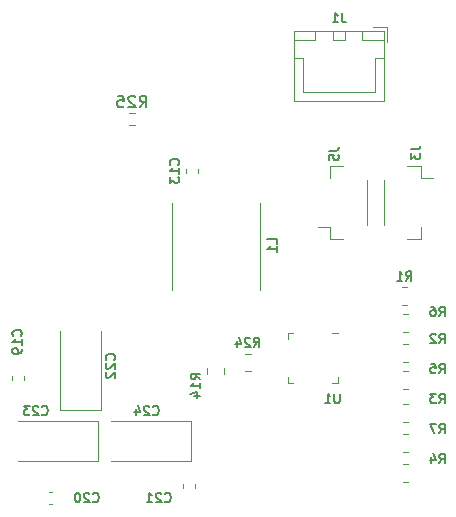
<source format=gbr>
%TF.GenerationSoftware,KiCad,Pcbnew,(6.0.1)*%
%TF.CreationDate,2022-03-12T23:59:43-07:00*%
%TF.ProjectId,PowerBackup,506f7765-7242-4616-936b-75702e6b6963,rev?*%
%TF.SameCoordinates,Original*%
%TF.FileFunction,Legend,Bot*%
%TF.FilePolarity,Positive*%
%FSLAX46Y46*%
G04 Gerber Fmt 4.6, Leading zero omitted, Abs format (unit mm)*
G04 Created by KiCad (PCBNEW (6.0.1)) date 2022-03-12 23:59:43*
%MOMM*%
%LPD*%
G01*
G04 APERTURE LIST*
%ADD10C,0.150000*%
%ADD11C,0.120000*%
G04 APERTURE END LIST*
D10*
%TO.C,R25*%
X121842857Y-84022380D02*
X122176190Y-83546190D01*
X122414285Y-84022380D02*
X122414285Y-83022380D01*
X122033333Y-83022380D01*
X121938095Y-83070000D01*
X121890476Y-83117619D01*
X121842857Y-83212857D01*
X121842857Y-83355714D01*
X121890476Y-83450952D01*
X121938095Y-83498571D01*
X122033333Y-83546190D01*
X122414285Y-83546190D01*
X121461904Y-83117619D02*
X121414285Y-83070000D01*
X121319047Y-83022380D01*
X121080952Y-83022380D01*
X120985714Y-83070000D01*
X120938095Y-83117619D01*
X120890476Y-83212857D01*
X120890476Y-83308095D01*
X120938095Y-83450952D01*
X121509523Y-84022380D01*
X120890476Y-84022380D01*
X119985714Y-83022380D02*
X120461904Y-83022380D01*
X120509523Y-83498571D01*
X120461904Y-83450952D01*
X120366666Y-83403333D01*
X120128571Y-83403333D01*
X120033333Y-83450952D01*
X119985714Y-83498571D01*
X119938095Y-83593809D01*
X119938095Y-83831904D01*
X119985714Y-83927142D01*
X120033333Y-83974761D01*
X120128571Y-84022380D01*
X120366666Y-84022380D01*
X120461904Y-83974761D01*
X120509523Y-83927142D01*
%TO.C,C22*%
X119675714Y-105403714D02*
X119713809Y-105365619D01*
X119751904Y-105251333D01*
X119751904Y-105175142D01*
X119713809Y-105060857D01*
X119637619Y-104984666D01*
X119561428Y-104946571D01*
X119409047Y-104908476D01*
X119294761Y-104908476D01*
X119142380Y-104946571D01*
X119066190Y-104984666D01*
X118990000Y-105060857D01*
X118951904Y-105175142D01*
X118951904Y-105251333D01*
X118990000Y-105365619D01*
X119028095Y-105403714D01*
X119028095Y-105708476D02*
X118990000Y-105746571D01*
X118951904Y-105822761D01*
X118951904Y-106013238D01*
X118990000Y-106089428D01*
X119028095Y-106127523D01*
X119104285Y-106165619D01*
X119180476Y-106165619D01*
X119294761Y-106127523D01*
X119751904Y-105670380D01*
X119751904Y-106165619D01*
X119028095Y-106470380D02*
X118990000Y-106508476D01*
X118951904Y-106584666D01*
X118951904Y-106775142D01*
X118990000Y-106851333D01*
X119028095Y-106889428D01*
X119104285Y-106927523D01*
X119180476Y-106927523D01*
X119294761Y-106889428D01*
X119751904Y-106432285D01*
X119751904Y-106927523D01*
%TO.C,J1*%
X138970666Y-76021904D02*
X138970666Y-76593333D01*
X139008761Y-76707619D01*
X139084952Y-76783809D01*
X139199238Y-76821904D01*
X139275428Y-76821904D01*
X138170666Y-76821904D02*
X138627809Y-76821904D01*
X138399238Y-76821904D02*
X138399238Y-76021904D01*
X138475428Y-76136190D01*
X138551619Y-76212380D01*
X138627809Y-76250476D01*
%TO.C,C20*%
X117862285Y-117379714D02*
X117900380Y-117417809D01*
X118014666Y-117455904D01*
X118090857Y-117455904D01*
X118205142Y-117417809D01*
X118281333Y-117341619D01*
X118319428Y-117265428D01*
X118357523Y-117113047D01*
X118357523Y-116998761D01*
X118319428Y-116846380D01*
X118281333Y-116770190D01*
X118205142Y-116694000D01*
X118090857Y-116655904D01*
X118014666Y-116655904D01*
X117900380Y-116694000D01*
X117862285Y-116732095D01*
X117557523Y-116732095D02*
X117519428Y-116694000D01*
X117443238Y-116655904D01*
X117252761Y-116655904D01*
X117176571Y-116694000D01*
X117138476Y-116732095D01*
X117100380Y-116808285D01*
X117100380Y-116884476D01*
X117138476Y-116998761D01*
X117595619Y-117455904D01*
X117100380Y-117455904D01*
X116605142Y-116655904D02*
X116528952Y-116655904D01*
X116452761Y-116694000D01*
X116414666Y-116732095D01*
X116376571Y-116808285D01*
X116338476Y-116960666D01*
X116338476Y-117151142D01*
X116376571Y-117303523D01*
X116414666Y-117379714D01*
X116452761Y-117417809D01*
X116528952Y-117455904D01*
X116605142Y-117455904D01*
X116681333Y-117417809D01*
X116719428Y-117379714D01*
X116757523Y-117303523D01*
X116795619Y-117151142D01*
X116795619Y-116960666D01*
X116757523Y-116808285D01*
X116719428Y-116732095D01*
X116681333Y-116694000D01*
X116605142Y-116655904D01*
%TO.C,R1*%
X144383333Y-98711904D02*
X144650000Y-98330952D01*
X144840476Y-98711904D02*
X144840476Y-97911904D01*
X144535714Y-97911904D01*
X144459523Y-97950000D01*
X144421428Y-97988095D01*
X144383333Y-98064285D01*
X144383333Y-98178571D01*
X144421428Y-98254761D01*
X144459523Y-98292857D01*
X144535714Y-98330952D01*
X144840476Y-98330952D01*
X143621428Y-98711904D02*
X144078571Y-98711904D01*
X143850000Y-98711904D02*
X143850000Y-97911904D01*
X143926190Y-98026190D01*
X144002380Y-98102380D01*
X144078571Y-98140476D01*
%TO.C,R7*%
X147199333Y-111613904D02*
X147466000Y-111232952D01*
X147656476Y-111613904D02*
X147656476Y-110813904D01*
X147351714Y-110813904D01*
X147275523Y-110852000D01*
X147237428Y-110890095D01*
X147199333Y-110966285D01*
X147199333Y-111080571D01*
X147237428Y-111156761D01*
X147275523Y-111194857D01*
X147351714Y-111232952D01*
X147656476Y-111232952D01*
X146932666Y-110813904D02*
X146399333Y-110813904D01*
X146742190Y-111613904D01*
%TO.C,C23*%
X113544285Y-110013714D02*
X113582380Y-110051809D01*
X113696666Y-110089904D01*
X113772857Y-110089904D01*
X113887142Y-110051809D01*
X113963333Y-109975619D01*
X114001428Y-109899428D01*
X114039523Y-109747047D01*
X114039523Y-109632761D01*
X114001428Y-109480380D01*
X113963333Y-109404190D01*
X113887142Y-109328000D01*
X113772857Y-109289904D01*
X113696666Y-109289904D01*
X113582380Y-109328000D01*
X113544285Y-109366095D01*
X113239523Y-109366095D02*
X113201428Y-109328000D01*
X113125238Y-109289904D01*
X112934761Y-109289904D01*
X112858571Y-109328000D01*
X112820476Y-109366095D01*
X112782380Y-109442285D01*
X112782380Y-109518476D01*
X112820476Y-109632761D01*
X113277619Y-110089904D01*
X112782380Y-110089904D01*
X112515714Y-109289904D02*
X112020476Y-109289904D01*
X112287142Y-109594666D01*
X112172857Y-109594666D01*
X112096666Y-109632761D01*
X112058571Y-109670857D01*
X112020476Y-109747047D01*
X112020476Y-109937523D01*
X112058571Y-110013714D01*
X112096666Y-110051809D01*
X112172857Y-110089904D01*
X112401428Y-110089904D01*
X112477619Y-110051809D01*
X112515714Y-110013714D01*
%TO.C,C21*%
X123958285Y-117379714D02*
X123996380Y-117417809D01*
X124110666Y-117455904D01*
X124186857Y-117455904D01*
X124301142Y-117417809D01*
X124377333Y-117341619D01*
X124415428Y-117265428D01*
X124453523Y-117113047D01*
X124453523Y-116998761D01*
X124415428Y-116846380D01*
X124377333Y-116770190D01*
X124301142Y-116694000D01*
X124186857Y-116655904D01*
X124110666Y-116655904D01*
X123996380Y-116694000D01*
X123958285Y-116732095D01*
X123653523Y-116732095D02*
X123615428Y-116694000D01*
X123539238Y-116655904D01*
X123348761Y-116655904D01*
X123272571Y-116694000D01*
X123234476Y-116732095D01*
X123196380Y-116808285D01*
X123196380Y-116884476D01*
X123234476Y-116998761D01*
X123691619Y-117455904D01*
X123196380Y-117455904D01*
X122434476Y-117455904D02*
X122891619Y-117455904D01*
X122663047Y-117455904D02*
X122663047Y-116655904D01*
X122739238Y-116770190D01*
X122815428Y-116846380D01*
X122891619Y-116884476D01*
%TO.C,C24*%
X122942285Y-110003714D02*
X122980380Y-110041809D01*
X123094666Y-110079904D01*
X123170857Y-110079904D01*
X123285142Y-110041809D01*
X123361333Y-109965619D01*
X123399428Y-109889428D01*
X123437523Y-109737047D01*
X123437523Y-109622761D01*
X123399428Y-109470380D01*
X123361333Y-109394190D01*
X123285142Y-109318000D01*
X123170857Y-109279904D01*
X123094666Y-109279904D01*
X122980380Y-109318000D01*
X122942285Y-109356095D01*
X122637523Y-109356095D02*
X122599428Y-109318000D01*
X122523238Y-109279904D01*
X122332761Y-109279904D01*
X122256571Y-109318000D01*
X122218476Y-109356095D01*
X122180380Y-109432285D01*
X122180380Y-109508476D01*
X122218476Y-109622761D01*
X122675619Y-110079904D01*
X122180380Y-110079904D01*
X121494666Y-109546571D02*
X121494666Y-110079904D01*
X121685142Y-109241809D02*
X121875619Y-109813238D01*
X121380380Y-109813238D01*
%TO.C,R4*%
X147199333Y-114153904D02*
X147466000Y-113772952D01*
X147656476Y-114153904D02*
X147656476Y-113353904D01*
X147351714Y-113353904D01*
X147275523Y-113392000D01*
X147237428Y-113430095D01*
X147199333Y-113506285D01*
X147199333Y-113620571D01*
X147237428Y-113696761D01*
X147275523Y-113734857D01*
X147351714Y-113772952D01*
X147656476Y-113772952D01*
X146513619Y-113620571D02*
X146513619Y-114153904D01*
X146704095Y-113315809D02*
X146894571Y-113887238D01*
X146399333Y-113887238D01*
%TO.C,C19*%
X111791714Y-103371714D02*
X111829809Y-103333619D01*
X111867904Y-103219333D01*
X111867904Y-103143142D01*
X111829809Y-103028857D01*
X111753619Y-102952666D01*
X111677428Y-102914571D01*
X111525047Y-102876476D01*
X111410761Y-102876476D01*
X111258380Y-102914571D01*
X111182190Y-102952666D01*
X111106000Y-103028857D01*
X111067904Y-103143142D01*
X111067904Y-103219333D01*
X111106000Y-103333619D01*
X111144095Y-103371714D01*
X111867904Y-104133619D02*
X111867904Y-103676476D01*
X111867904Y-103905047D02*
X111067904Y-103905047D01*
X111182190Y-103828857D01*
X111258380Y-103752666D01*
X111296476Y-103676476D01*
X111867904Y-104514571D02*
X111867904Y-104666952D01*
X111829809Y-104743142D01*
X111791714Y-104781238D01*
X111677428Y-104857428D01*
X111525047Y-104895523D01*
X111220285Y-104895523D01*
X111144095Y-104857428D01*
X111106000Y-104819333D01*
X111067904Y-104743142D01*
X111067904Y-104590761D01*
X111106000Y-104514571D01*
X111144095Y-104476476D01*
X111220285Y-104438380D01*
X111410761Y-104438380D01*
X111486952Y-104476476D01*
X111525047Y-104514571D01*
X111563142Y-104590761D01*
X111563142Y-104743142D01*
X111525047Y-104819333D01*
X111486952Y-104857428D01*
X111410761Y-104895523D01*
%TO.C,C13*%
X125093714Y-88893714D02*
X125131809Y-88855619D01*
X125169904Y-88741333D01*
X125169904Y-88665142D01*
X125131809Y-88550857D01*
X125055619Y-88474666D01*
X124979428Y-88436571D01*
X124827047Y-88398476D01*
X124712761Y-88398476D01*
X124560380Y-88436571D01*
X124484190Y-88474666D01*
X124408000Y-88550857D01*
X124369904Y-88665142D01*
X124369904Y-88741333D01*
X124408000Y-88855619D01*
X124446095Y-88893714D01*
X125169904Y-89655619D02*
X125169904Y-89198476D01*
X125169904Y-89427047D02*
X124369904Y-89427047D01*
X124484190Y-89350857D01*
X124560380Y-89274666D01*
X124598476Y-89198476D01*
X124369904Y-89922285D02*
X124369904Y-90417523D01*
X124674666Y-90150857D01*
X124674666Y-90265142D01*
X124712761Y-90341333D01*
X124750857Y-90379428D01*
X124827047Y-90417523D01*
X125017523Y-90417523D01*
X125093714Y-90379428D01*
X125131809Y-90341333D01*
X125169904Y-90265142D01*
X125169904Y-90036571D01*
X125131809Y-89960380D01*
X125093714Y-89922285D01*
%TO.C,R5*%
X147199333Y-106533904D02*
X147466000Y-106152952D01*
X147656476Y-106533904D02*
X147656476Y-105733904D01*
X147351714Y-105733904D01*
X147275523Y-105772000D01*
X147237428Y-105810095D01*
X147199333Y-105886285D01*
X147199333Y-106000571D01*
X147237428Y-106076761D01*
X147275523Y-106114857D01*
X147351714Y-106152952D01*
X147656476Y-106152952D01*
X146475523Y-105733904D02*
X146856476Y-105733904D01*
X146894571Y-106114857D01*
X146856476Y-106076761D01*
X146780285Y-106038666D01*
X146589809Y-106038666D01*
X146513619Y-106076761D01*
X146475523Y-106114857D01*
X146437428Y-106191047D01*
X146437428Y-106381523D01*
X146475523Y-106457714D01*
X146513619Y-106495809D01*
X146589809Y-106533904D01*
X146780285Y-106533904D01*
X146856476Y-106495809D01*
X146894571Y-106457714D01*
%TO.C,U1*%
X138785523Y-108273904D02*
X138785523Y-108921523D01*
X138747428Y-108997714D01*
X138709333Y-109035809D01*
X138633142Y-109073904D01*
X138480761Y-109073904D01*
X138404571Y-109035809D01*
X138366476Y-108997714D01*
X138328380Y-108921523D01*
X138328380Y-108273904D01*
X137528380Y-109073904D02*
X137985523Y-109073904D01*
X137756952Y-109073904D02*
X137756952Y-108273904D01*
X137833142Y-108388190D01*
X137909333Y-108464380D01*
X137985523Y-108502476D01*
%TO.C,R6*%
X147199333Y-101707904D02*
X147466000Y-101326952D01*
X147656476Y-101707904D02*
X147656476Y-100907904D01*
X147351714Y-100907904D01*
X147275523Y-100946000D01*
X147237428Y-100984095D01*
X147199333Y-101060285D01*
X147199333Y-101174571D01*
X147237428Y-101250761D01*
X147275523Y-101288857D01*
X147351714Y-101326952D01*
X147656476Y-101326952D01*
X146513619Y-100907904D02*
X146666000Y-100907904D01*
X146742190Y-100946000D01*
X146780285Y-100984095D01*
X146856476Y-101098380D01*
X146894571Y-101250761D01*
X146894571Y-101555523D01*
X146856476Y-101631714D01*
X146818380Y-101669809D01*
X146742190Y-101707904D01*
X146589809Y-101707904D01*
X146513619Y-101669809D01*
X146475523Y-101631714D01*
X146437428Y-101555523D01*
X146437428Y-101365047D01*
X146475523Y-101288857D01*
X146513619Y-101250761D01*
X146589809Y-101212666D01*
X146742190Y-101212666D01*
X146818380Y-101250761D01*
X146856476Y-101288857D01*
X146894571Y-101365047D01*
%TO.C,J5*%
X137911904Y-87683333D02*
X138483333Y-87683333D01*
X138597619Y-87645238D01*
X138673809Y-87569047D01*
X138711904Y-87454761D01*
X138711904Y-87378571D01*
X137911904Y-88445238D02*
X137911904Y-88064285D01*
X138292857Y-88026190D01*
X138254761Y-88064285D01*
X138216666Y-88140476D01*
X138216666Y-88330952D01*
X138254761Y-88407142D01*
X138292857Y-88445238D01*
X138369047Y-88483333D01*
X138559523Y-88483333D01*
X138635714Y-88445238D01*
X138673809Y-88407142D01*
X138711904Y-88330952D01*
X138711904Y-88140476D01*
X138673809Y-88064285D01*
X138635714Y-88026190D01*
%TO.C,R24*%
X131514285Y-104311904D02*
X131780952Y-103930952D01*
X131971428Y-104311904D02*
X131971428Y-103511904D01*
X131666666Y-103511904D01*
X131590476Y-103550000D01*
X131552380Y-103588095D01*
X131514285Y-103664285D01*
X131514285Y-103778571D01*
X131552380Y-103854761D01*
X131590476Y-103892857D01*
X131666666Y-103930952D01*
X131971428Y-103930952D01*
X131209523Y-103588095D02*
X131171428Y-103550000D01*
X131095238Y-103511904D01*
X130904761Y-103511904D01*
X130828571Y-103550000D01*
X130790476Y-103588095D01*
X130752380Y-103664285D01*
X130752380Y-103740476D01*
X130790476Y-103854761D01*
X131247619Y-104311904D01*
X130752380Y-104311904D01*
X130066666Y-103778571D02*
X130066666Y-104311904D01*
X130257142Y-103473809D02*
X130447619Y-104045238D01*
X129952380Y-104045238D01*
%TO.C,R2*%
X147199333Y-103993904D02*
X147466000Y-103612952D01*
X147656476Y-103993904D02*
X147656476Y-103193904D01*
X147351714Y-103193904D01*
X147275523Y-103232000D01*
X147237428Y-103270095D01*
X147199333Y-103346285D01*
X147199333Y-103460571D01*
X147237428Y-103536761D01*
X147275523Y-103574857D01*
X147351714Y-103612952D01*
X147656476Y-103612952D01*
X146894571Y-103270095D02*
X146856476Y-103232000D01*
X146780285Y-103193904D01*
X146589809Y-103193904D01*
X146513619Y-103232000D01*
X146475523Y-103270095D01*
X146437428Y-103346285D01*
X146437428Y-103422476D01*
X146475523Y-103536761D01*
X146932666Y-103993904D01*
X146437428Y-103993904D01*
%TO.C,R14*%
X126961904Y-107041714D02*
X126580952Y-106775047D01*
X126961904Y-106584571D02*
X126161904Y-106584571D01*
X126161904Y-106889333D01*
X126200000Y-106965523D01*
X126238095Y-107003619D01*
X126314285Y-107041714D01*
X126428571Y-107041714D01*
X126504761Y-107003619D01*
X126542857Y-106965523D01*
X126580952Y-106889333D01*
X126580952Y-106584571D01*
X126961904Y-107803619D02*
X126961904Y-107346476D01*
X126961904Y-107575047D02*
X126161904Y-107575047D01*
X126276190Y-107498857D01*
X126352380Y-107422666D01*
X126390476Y-107346476D01*
X126428571Y-108489333D02*
X126961904Y-108489333D01*
X126123809Y-108298857D02*
X126695238Y-108108380D01*
X126695238Y-108603619D01*
%TO.C,J3*%
X144811904Y-87583333D02*
X145383333Y-87583333D01*
X145497619Y-87545238D01*
X145573809Y-87469047D01*
X145611904Y-87354761D01*
X145611904Y-87278571D01*
X144811904Y-87888095D02*
X144811904Y-88383333D01*
X145116666Y-88116666D01*
X145116666Y-88230952D01*
X145154761Y-88307142D01*
X145192857Y-88345238D01*
X145269047Y-88383333D01*
X145459523Y-88383333D01*
X145535714Y-88345238D01*
X145573809Y-88307142D01*
X145611904Y-88230952D01*
X145611904Y-88002380D01*
X145573809Y-87926190D01*
X145535714Y-87888095D01*
%TO.C,R3*%
X147199333Y-109073904D02*
X147466000Y-108692952D01*
X147656476Y-109073904D02*
X147656476Y-108273904D01*
X147351714Y-108273904D01*
X147275523Y-108312000D01*
X147237428Y-108350095D01*
X147199333Y-108426285D01*
X147199333Y-108540571D01*
X147237428Y-108616761D01*
X147275523Y-108654857D01*
X147351714Y-108692952D01*
X147656476Y-108692952D01*
X146932666Y-108273904D02*
X146437428Y-108273904D01*
X146704095Y-108578666D01*
X146589809Y-108578666D01*
X146513619Y-108616761D01*
X146475523Y-108654857D01*
X146437428Y-108731047D01*
X146437428Y-108921523D01*
X146475523Y-108997714D01*
X146513619Y-109035809D01*
X146589809Y-109073904D01*
X146818380Y-109073904D01*
X146894571Y-109035809D01*
X146932666Y-108997714D01*
%TO.C,L1*%
X133456904Y-95574666D02*
X133456904Y-95193714D01*
X132656904Y-95193714D01*
X133456904Y-96260380D02*
X133456904Y-95803238D01*
X133456904Y-96031809D02*
X132656904Y-96031809D01*
X132771190Y-95955619D01*
X132847380Y-95879428D01*
X132885476Y-95803238D01*
D11*
%TO.C,R25*%
X121437258Y-84477500D02*
X120962742Y-84477500D01*
X121437258Y-85522500D02*
X120962742Y-85522500D01*
%TO.C,C22*%
X118550000Y-109678000D02*
X115130000Y-109678000D01*
X115130000Y-109678000D02*
X115130000Y-102918000D01*
X118550000Y-102918000D02*
X118550000Y-109678000D01*
%TO.C,J1*%
X139204000Y-78310000D02*
X138204000Y-78310000D01*
X139204000Y-77560000D02*
X139204000Y-78310000D01*
X135654000Y-79810000D02*
X135654000Y-82760000D01*
X142804000Y-77260000D02*
X142804000Y-78510000D01*
X136704000Y-77560000D02*
X136704000Y-78310000D01*
X141754000Y-82760000D02*
X138704000Y-82760000D01*
X134904000Y-77560000D02*
X136704000Y-77560000D01*
X142504000Y-77560000D02*
X142504000Y-78310000D01*
X141554000Y-77260000D02*
X142804000Y-77260000D01*
X138204000Y-77560000D02*
X139204000Y-77560000D01*
X135654000Y-82760000D02*
X138704000Y-82760000D01*
X142504000Y-79810000D02*
X141754000Y-79810000D01*
X142514000Y-77550000D02*
X142514000Y-83520000D01*
X138204000Y-78310000D02*
X138204000Y-77560000D01*
X142514000Y-83520000D02*
X134894000Y-83520000D01*
X134894000Y-77550000D02*
X142514000Y-77550000D01*
X134904000Y-78310000D02*
X134904000Y-77560000D01*
X141754000Y-79810000D02*
X141754000Y-82760000D01*
X136704000Y-78310000D02*
X134904000Y-78310000D01*
X140704000Y-78310000D02*
X140704000Y-77560000D01*
X140704000Y-77560000D02*
X142504000Y-77560000D01*
X142504000Y-78310000D02*
X140704000Y-78310000D01*
X134904000Y-79810000D02*
X135654000Y-79810000D01*
X134894000Y-83520000D02*
X134894000Y-77550000D01*
%TO.C,C20*%
X114440580Y-117604000D02*
X114159420Y-117604000D01*
X114440580Y-116584000D02*
X114159420Y-116584000D01*
%TO.C,R1*%
X144477064Y-99265000D02*
X144022936Y-99265000D01*
X144477064Y-100735000D02*
X144022936Y-100735000D01*
%TO.C,R7*%
X144580564Y-113181000D02*
X144126436Y-113181000D01*
X144580564Y-111711000D02*
X144126436Y-111711000D01*
%TO.C,C23*%
X118314000Y-113978000D02*
X111554000Y-113978000D01*
X118314000Y-110558000D02*
X118314000Y-113978000D01*
X111554000Y-110558000D02*
X118314000Y-110558000D01*
%TO.C,C21*%
X125474000Y-115937420D02*
X125474000Y-116218580D01*
X126494000Y-115937420D02*
X126494000Y-116218580D01*
%TO.C,C24*%
X126188000Y-110558000D02*
X126188000Y-113978000D01*
X126188000Y-113978000D02*
X119428000Y-113978000D01*
X119428000Y-110558000D02*
X126188000Y-110558000D01*
%TO.C,R4*%
X144580564Y-115721000D02*
X144126436Y-115721000D01*
X144580564Y-114251000D02*
X144126436Y-114251000D01*
%TO.C,C19*%
X112016000Y-107074580D02*
X112016000Y-106793420D01*
X110996000Y-107074580D02*
X110996000Y-106793420D01*
%TO.C,C13*%
X125728000Y-89267420D02*
X125728000Y-89548580D01*
X126748000Y-89267420D02*
X126748000Y-89548580D01*
%TO.C,R5*%
X144580564Y-106377000D02*
X144126436Y-106377000D01*
X144580564Y-107847000D02*
X144126436Y-107847000D01*
%TO.C,U1*%
X138135000Y-107360000D02*
X138610000Y-107360000D01*
X138135000Y-103140000D02*
X138610000Y-103140000D01*
X134390000Y-107360000D02*
X134390000Y-106885000D01*
X138610000Y-107360000D02*
X138610000Y-106885000D01*
X134390000Y-103140000D02*
X134390000Y-103615000D01*
X134865000Y-107360000D02*
X134390000Y-107360000D01*
X134865000Y-103140000D02*
X134390000Y-103140000D01*
%TO.C,R6*%
X144580564Y-103021000D02*
X144126436Y-103021000D01*
X144580564Y-101551000D02*
X144126436Y-101551000D01*
%TO.C,J5*%
X145660000Y-88965000D02*
X145660000Y-90015000D01*
X145660000Y-90015000D02*
X146650000Y-90015000D01*
X142540000Y-90135000D02*
X142540000Y-94015000D01*
X144510000Y-88965000D02*
X145660000Y-88965000D01*
X144510000Y-95185000D02*
X145660000Y-95185000D01*
X145660000Y-95185000D02*
X145660000Y-94135000D01*
%TO.C,R24*%
X131227064Y-106335000D02*
X130772936Y-106335000D01*
X131227064Y-104865000D02*
X130772936Y-104865000D01*
%TO.C,R2*%
X144580564Y-105561000D02*
X144126436Y-105561000D01*
X144580564Y-104091000D02*
X144126436Y-104091000D01*
%TO.C,R14*%
X127515000Y-106122936D02*
X127515000Y-106577064D01*
X128985000Y-106122936D02*
X128985000Y-106577064D01*
%TO.C,J3*%
X139090000Y-95185000D02*
X137940000Y-95185000D01*
X137940000Y-88965000D02*
X137940000Y-90015000D01*
X137940000Y-94135000D02*
X136950000Y-94135000D01*
X137940000Y-95185000D02*
X137940000Y-94135000D01*
X139090000Y-88965000D02*
X137940000Y-88965000D01*
X141060000Y-94015000D02*
X141060000Y-90135000D01*
%TO.C,R3*%
X144580564Y-110641000D02*
X144126436Y-110641000D01*
X144580564Y-109171000D02*
X144126436Y-109171000D01*
%TO.C,L1*%
X124595000Y-92083000D02*
X124595000Y-99483000D01*
X131995000Y-99483000D02*
X131995000Y-92083000D01*
%TD*%
M02*

</source>
